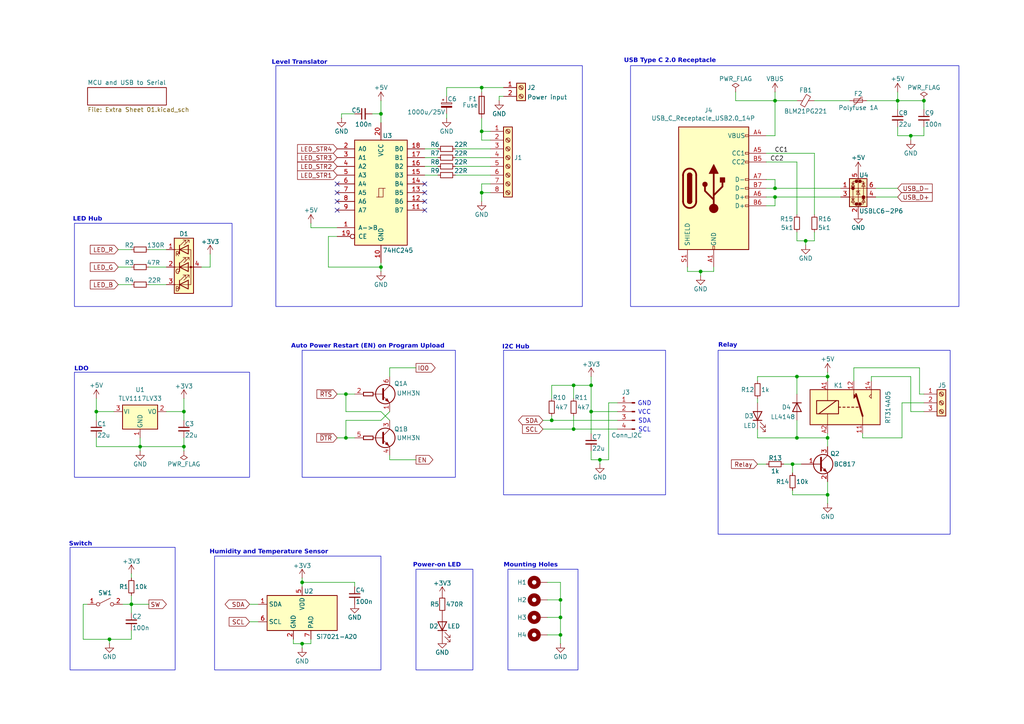
<source format=kicad_sch>
(kicad_sch (version 20231120) (generator "eeschema") (generator_version "8.0")
  (paper "A4")
  (title_block (title "ESP32 Tutorial") (date "2024-12-27") (rev "1.0") (company "Embedique"))
  (junction (at 53.34 129.54))
  (junction (at 110.49 33.02))
  (junction (at 162.56 184.15))
  (junction (at 171.45 119.38))
  (junction (at 38.1 175.26))
  (junction (at 40.64 129.54))
  (junction (at 139.7 38.1))
  (junction (at 224.79 54.61))
  (junction (at 203.2 78.74))
  (junction (at 139.7 25.4))
  (junction (at 173.99 133.35))
  (junction (at 240.03 143.51))
  (junction (at 229.87 134.62))
  (junction (at 171.45 111.76))
  (junction (at 231.14 127))
  (junction (at 224.79 57.15))
  (junction (at 110.49 77.47))
  (junction (at 160.02 121.92))
  (junction (at 264.16 39.37))
  (junction (at 87.63 186.69))
  (junction (at 224.79 29.21))
  (junction (at 267.97 29.21))
  (junction (at 31.75 185.42))
  (junction (at 162.56 179.07))
  (junction (at 240.03 127))
  (junction (at 240.03 109.22))
  (junction (at 162.56 173.99))
  (junction (at 100.33 114.3))
  (junction (at 166.37 111.76))
  (junction (at 231.14 109.22))
  (junction (at 100.33 127))
  (junction (at 260.35 29.21))
  (junction (at 87.63 168.91))
  (junction (at 139.7 55.88))
  (junction (at 53.34 119.38))
  (junction (at 166.37 124.46))
  (junction (at 27.94 119.38))
  (junction (at 233.68 69.85))
  (no_connect (at 123.19 60.96))
  (no_connect (at 123.19 58.42))
  (no_connect (at 123.19 53.34))
  (no_connect (at 97.79 60.96))
  (no_connect (at 97.79 55.88))
  (no_connect (at 97.79 53.34))
  (no_connect (at 97.79 58.42))
  (no_connect (at 123.19 55.88))
  (wire (pts (xy 110.49 29.21) (xy 110.49 33.02)))
  (wire (pts (xy 97.79 127) (xy 100.33 127)))
  (wire (pts (xy 227.33 134.62) (xy 229.87 134.62)))
  (wire (pts (xy 222.25 44.45) (xy 236.22 44.45)))
  (wire (pts (xy 85.09 186.69) (xy 85.09 185.42)))
  (wire (pts (xy 38.1 175.26) (xy 43.18 175.26)))
  (wire (pts (xy 166.37 120.65) (xy 166.37 124.46)))
  (wire (pts (xy 250.19 127) (xy 250.19 125.73)))
  (wire (pts (xy 142.24 53.34) (xy 139.7 53.34)))
  (wire (pts (xy 139.7 55.88) (xy 142.24 55.88)))
  (wire (pts (xy 24.13 185.42) (xy 31.75 185.42)))
  (wire (pts (xy 266.7 114.3) (xy 267.97 114.3)))
  (wire (pts (xy 33.02 119.38) (xy 27.94 119.38)))
  (wire (pts (xy 203.2 78.74) (xy 203.2 80.01)))
  (wire (pts (xy 224.79 57.15) (xy 243.84 57.15)))
  (wire (pts (xy 87.63 168.91) (xy 102.87 168.91)))
  (wire (pts (xy 199.39 77.47) (xy 199.39 78.74)))
  (wire (pts (xy 110.49 77.47) (xy 95.25 77.47)))
  (wire (pts (xy 166.37 115.57) (xy 166.37 111.76)))
  (wire (pts (xy 171.45 130.81) (xy 171.45 133.35)))
  (wire (pts (xy 139.7 53.34) (xy 139.7 55.88)))
  (wire (pts (xy 139.7 25.4) (xy 146.05 25.4)))
  (wire (pts (xy 146.05 27.94) (xy 144.78 27.94)))
  (wire (pts (xy 43.18 72.39) (xy 48.26 72.39)))
  (wire (pts (xy 254 54.61) (xy 260.35 54.61)))
  (wire (pts (xy 27.94 127) (xy 27.94 129.54)))
  (wire (pts (xy 139.7 34.29) (xy 139.7 38.1)))
  (wire (pts (xy 231.14 109.22) (xy 240.03 109.22)))
  (wire (pts (xy 240.03 146.05) (xy 240.03 143.51)))
  (wire (pts (xy 224.79 29.21) (xy 231.14 29.21)))
  (wire (pts (xy 240.03 143.51) (xy 240.03 139.7)))
  (wire (pts (xy 213.36 29.21) (xy 224.79 29.21)))
  (wire (pts (xy 207.01 78.74) (xy 203.2 78.74)))
  (wire (pts (xy 34.29 77.47) (xy 38.1 77.47)))
  (wire (pts (xy 38.1 182.88) (xy 38.1 185.42)))
  (wire (pts (xy 113.03 121.92) (xy 110.49 119.38)))
  (wire (pts (xy 231.14 127) (xy 231.14 121.92)))
  (wire (pts (xy 267.97 116.84) (xy 261.62 116.84)))
  (wire (pts (xy 247.65 110.49) (xy 247.65 106.68)))
  (wire (pts (xy 40.64 129.54) (xy 40.64 127)))
  (wire (pts (xy 38.1 175.26) (xy 38.1 177.8)))
  (wire (pts (xy 219.71 134.62) (xy 222.25 134.62)))
  (wire (pts (xy 123.19 45.72) (xy 127 45.72)))
  (wire (pts (xy 90.17 66.04) (xy 90.17 64.77)))
  (wire (pts (xy 113.03 133.35) (xy 113.03 132.08)))
  (wire (pts (xy 25.4 175.26) (xy 24.13 175.26)))
  (wire (pts (xy 31.75 186.69) (xy 31.75 185.42)))
  (wire (pts (xy 110.49 77.47) (xy 110.49 76.2)))
  (wire (pts (xy 240.03 109.22) (xy 240.03 110.49)))
  (wire (pts (xy 107.95 33.02) (xy 110.49 33.02)))
  (wire (pts (xy 53.34 129.54) (xy 40.64 129.54)))
  (wire (pts (xy 176.53 116.84) (xy 176.53 133.35)))
  (wire (pts (xy 224.79 26.67) (xy 224.79 29.21)))
  (wire (pts (xy 38.1 185.42) (xy 31.75 185.42)))
  (wire (pts (xy 87.63 186.69) (xy 85.09 186.69)))
  (wire (pts (xy 264.16 109.22) (xy 252.73 109.22)))
  (wire (pts (xy 99.06 33.02) (xy 99.06 34.29)))
  (wire (pts (xy 261.62 116.84) (xy 261.62 127)))
  (wire (pts (xy 207.01 77.47) (xy 207.01 78.74)))
  (wire (pts (xy 139.7 38.1) (xy 142.24 38.1)))
  (wire (pts (xy 171.45 119.38) (xy 171.45 125.73)))
  (wire (pts (xy 100.33 127) (xy 102.87 127)))
  (wire (pts (xy 240.03 125.73) (xy 240.03 127)))
  (wire (pts (xy 240.03 127) (xy 240.03 129.54)))
  (wire (pts (xy 224.79 52.07) (xy 222.25 52.07)))
  (wire (pts (xy 162.56 179.07) (xy 162.56 184.15)))
  (wire (pts (xy 100.33 114.3) (xy 102.87 114.3)))
  (wire (pts (xy 139.7 38.1) (xy 139.7 40.64)))
  (wire (pts (xy 199.39 78.74) (xy 203.2 78.74)))
  (wire (pts (xy 224.79 52.07) (xy 224.79 54.61)))
  (wire (pts (xy 90.17 66.04) (xy 97.79 66.04)))
  (wire (pts (xy 34.29 82.55) (xy 38.1 82.55)))
  (wire (pts (xy 35.56 175.26) (xy 38.1 175.26)))
  (wire (pts (xy 87.63 167.64) (xy 87.63 168.91)))
  (wire (pts (xy 100.33 121.92) (xy 100.33 127)))
  (wire (pts (xy 247.65 106.68) (xy 266.7 106.68)))
  (wire (pts (xy 171.45 111.76) (xy 171.45 119.38)))
  (wire (pts (xy 132.08 45.72) (xy 142.24 45.72)))
  (wire (pts (xy 87.63 168.91) (xy 87.63 170.18)))
  (wire (pts (xy 162.56 173.99) (xy 162.56 179.07)))
  (wire (pts (xy 43.18 82.55) (xy 48.26 82.55)))
  (wire (pts (xy 260.35 26.67) (xy 260.35 29.21)))
  (wire (pts (xy 27.94 115.57) (xy 27.94 119.38)))
  (wire (pts (xy 27.94 119.38) (xy 27.94 121.92)))
  (wire (pts (xy 229.87 137.16) (xy 229.87 134.62)))
  (wire (pts (xy 95.25 68.58) (xy 97.79 68.58)))
  (wire (pts (xy 171.45 109.22) (xy 171.45 111.76)))
  (wire (pts (xy 90.17 186.69) (xy 87.63 186.69)))
  (wire (pts (xy 139.7 25.4) (xy 139.7 26.67)))
  (wire (pts (xy 43.18 77.47) (xy 48.26 77.47)))
  (wire (pts (xy 123.19 50.8) (xy 127 50.8)))
  (wire (pts (xy 236.22 69.85) (xy 236.22 67.31)))
  (wire (pts (xy 231.14 109.22) (xy 219.71 109.22)))
  (wire (pts (xy 129.54 27.94) (xy 129.54 25.4)))
  (wire (pts (xy 219.71 124.46) (xy 219.71 127)))
  (wire (pts (xy 97.79 114.3) (xy 100.33 114.3)))
  (wire (pts (xy 224.79 54.61) (xy 243.84 54.61)))
  (wire (pts (xy 132.08 50.8) (xy 142.24 50.8)))
  (wire (pts (xy 129.54 33.02) (xy 129.54 34.29)))
  (wire (pts (xy 267.97 119.38) (xy 264.16 119.38)))
  (wire (pts (xy 260.35 31.75) (xy 260.35 29.21)))
  (wire (pts (xy 260.35 29.21) (xy 267.97 29.21)))
  (wire (pts (xy 224.79 29.21) (xy 224.79 39.37)))
  (wire (pts (xy 267.97 29.21) (xy 267.97 31.75)))
  (wire (pts (xy 171.45 133.35) (xy 173.99 133.35)))
  (wire (pts (xy 160.02 121.92) (xy 179.07 121.92)))
  (wire (pts (xy 173.99 133.35) (xy 173.99 134.62)))
  (wire (pts (xy 72.39 180.34) (xy 74.93 180.34)))
  (wire (pts (xy 222.25 54.61) (xy 224.79 54.61)))
  (wire (pts (xy 123.19 43.18) (xy 127 43.18)))
  (wire (pts (xy 120.65 133.35) (xy 113.03 133.35)))
  (wire (pts (xy 90.17 185.42) (xy 90.17 186.69)))
  (wire (pts (xy 144.78 27.94) (xy 144.78 29.21)))
  (wire (pts (xy 53.34 127) (xy 53.34 129.54)))
  (wire (pts (xy 229.87 143.51) (xy 240.03 143.51)))
  (wire (pts (xy 231.14 46.99) (xy 231.14 62.23)))
  (wire (pts (xy 158.75 173.99) (xy 162.56 173.99)))
  (wire (pts (xy 261.62 127) (xy 250.19 127)))
  (wire (pts (xy 158.75 179.07) (xy 162.56 179.07)))
  (wire (pts (xy 236.22 44.45) (xy 236.22 62.23)))
  (wire (pts (xy 179.07 116.84) (xy 176.53 116.84)))
  (wire (pts (xy 158.75 184.15) (xy 162.56 184.15)))
  (wire (pts (xy 53.34 115.57) (xy 53.34 119.38)))
  (wire (pts (xy 173.99 133.35) (xy 176.53 133.35)))
  (wire (pts (xy 72.39 175.26) (xy 74.93 175.26)))
  (wire (pts (xy 110.49 78.74) (xy 110.49 77.47)))
  (wire (pts (xy 157.48 121.92) (xy 160.02 121.92)))
  (wire (pts (xy 100.33 119.38) (xy 110.49 119.38)))
  (wire (pts (xy 24.13 175.26) (xy 24.13 185.42)))
  (wire (pts (xy 252.73 109.22) (xy 252.73 110.49)))
  (wire (pts (xy 34.29 72.39) (xy 38.1 72.39)))
  (wire (pts (xy 240.03 127) (xy 231.14 127)))
  (wire (pts (xy 166.37 111.76) (xy 160.02 111.76)))
  (wire (pts (xy 123.19 48.26) (xy 127 48.26)))
  (wire (pts (xy 100.33 119.38) (xy 100.33 114.3)))
  (wire (pts (xy 132.08 48.26) (xy 142.24 48.26)))
  (wire (pts (xy 264.16 39.37) (xy 267.97 39.37)))
  (wire (pts (xy 53.34 130.81) (xy 53.34 129.54)))
  (wire (pts (xy 222.25 46.99) (xy 231.14 46.99)))
  (wire (pts (xy 219.71 109.22) (xy 219.71 110.49)))
  (wire (pts (xy 224.79 57.15) (xy 222.25 57.15)))
  (wire (pts (xy 100.33 121.92) (xy 110.49 121.92)))
  (wire (pts (xy 229.87 142.24) (xy 229.87 143.51)))
  (wire (pts (xy 224.79 59.69) (xy 222.25 59.69)))
  (wire (pts (xy 160.02 111.76) (xy 160.02 115.57)))
  (wire (pts (xy 27.94 129.54) (xy 40.64 129.54)))
  (wire (pts (xy 224.79 57.15) (xy 224.79 59.69)))
  (wire (pts (xy 240.03 107.95) (xy 240.03 109.22)))
  (wire (pts (xy 162.56 184.15) (xy 162.56 186.69)))
  (wire (pts (xy 113.03 119.38) (xy 110.49 121.92)))
  (wire (pts (xy 113.03 106.68) (xy 120.65 106.68)))
  (wire (pts (xy 251.46 29.21) (xy 260.35 29.21)))
  (wire (pts (xy 222.25 39.37) (xy 224.79 39.37)))
  (wire (pts (xy 102.87 168.91) (xy 102.87 170.18)))
  (wire (pts (xy 236.22 29.21) (xy 246.38 29.21)))
  (wire (pts (xy 142.24 40.64) (xy 139.7 40.64)))
  (wire (pts (xy 264.16 119.38) (xy 264.16 109.22)))
  (wire (pts (xy 166.37 111.76) (xy 171.45 111.76)))
  (wire (pts (xy 157.48 124.46) (xy 166.37 124.46)))
  (wire (pts (xy 267.97 39.37) (xy 267.97 36.83)))
  (wire (pts (xy 87.63 187.96) (xy 87.63 186.69)))
  (wire (pts (xy 129.54 25.4) (xy 139.7 25.4)))
  (wire (pts (xy 213.36 26.67) (xy 213.36 29.21)))
  (wire (pts (xy 264.16 39.37) (xy 264.16 40.64)))
  (wire (pts (xy 233.68 69.85) (xy 233.68 71.12)))
  (wire (pts (xy 166.37 124.46) (xy 179.07 124.46)))
  (wire (pts (xy 231.14 69.85) (xy 233.68 69.85)))
  (wire (pts (xy 60.96 73.66) (xy 60.96 77.47)))
  (wire (pts (xy 38.1 172.72) (xy 38.1 175.26)))
  (wire (pts (xy 110.49 33.02) (xy 110.49 35.56)))
  (wire (pts (xy 139.7 55.88) (xy 139.7 58.42)))
  (wire (pts (xy 231.14 114.3) (xy 231.14 109.22)))
  (wire (pts (xy 260.35 39.37) (xy 264.16 39.37)))
  (wire (pts (xy 266.7 106.68) (xy 266.7 114.3)))
  (wire (pts (xy 233.68 69.85) (xy 236.22 69.85)))
  (wire (pts (xy 53.34 121.92) (xy 53.34 119.38)))
  (wire (pts (xy 53.34 119.38) (xy 48.26 119.38)))
  (wire (pts (xy 219.71 115.57) (xy 219.71 116.84)))
  (wire (pts (xy 260.35 36.83) (xy 260.35 39.37)))
  (wire (pts (xy 102.87 33.02) (xy 99.06 33.02)))
  (wire (pts (xy 95.25 77.47) (xy 95.25 68.58)))
  (wire (pts (xy 231.14 67.31) (xy 231.14 69.85)))
  (wire (pts (xy 132.08 43.18) (xy 142.24 43.18)))
  (wire (pts (xy 219.71 127) (xy 231.14 127)))
  (wire (pts (xy 171.45 119.38) (xy 179.07 119.38)))
  (wire (pts (xy 160.02 120.65) (xy 160.02 121.92)))
  (wire (pts (xy 254 57.15) (xy 260.35 57.15)))
  (wire (pts (xy 162.56 168.91) (xy 162.56 173.99)))
  (wire (pts (xy 40.64 130.81) (xy 40.64 129.54)))
  (wire (pts (xy 158.75 168.91) (xy 162.56 168.91)))
  (wire (pts (xy 38.1 166.37) (xy 38.1 167.64)))
  (wire (pts (xy 60.96 77.47) (xy 58.42 77.47)))
  (wire (pts (xy 229.87 134.62) (xy 232.41 134.62)))
  (wire (pts (xy 113.03 109.22) (xy 113.03 106.68)))
  (rectangle (start 147.32 165.1) (end 167.64 194.31))
  (rectangle (start 208.28 101.6) (end 275.59 154.94))
  (rectangle (start 182.88 19.05) (end 278.13 88.9))
  (rectangle (start 21.59 107.95) (end 72.39 138.43))
  (rectangle (start 80.01 19.05) (end 168.91 88.9))
  (rectangle (start 62.23 161.29) (end 110.49 194.31))
  (rectangle (start 20.32 158.75) (end 50.8 194.31))
  (rectangle (start 120.65 165.1) (end 137.16 194.31))
  (rectangle (start 87.63 101.6) (end 132.08 138.43))
  (rectangle (start 21.59 64.77) (end 67.31 88.9))
  (rectangle (start 146.05 101.6) (end 193.04 143.51))
  (text "SCL\n" (at 186.944 124.714 0) (effects (font (size 1.27 1.27))))
  (text "USB Type C 2.0 Receptacle" (at 194.31 18.034 0) (effects (font (size 1.27 1.27) (thickness 0.254) (bold yes))))
  (text "GND" (at 186.944 117.094 0) (effects (font (size 1.27 1.27))))
  (text "VCC" (at 186.944 119.634 0) (effects (font (size 1.27 1.27))))
  (text "I2C Hub\n" (at 149.606 101.092 0) (effects (font (size 1.27 1.27) (thickness 0.254) (bold yes))))
  (text "SDA" (at 186.944 122.174 0) (effects (font (size 1.27 1.27))))
  (text "Switch" (at 23.368 158.242 0) (effects (font (size 1.27 1.27) (thickness 0.254) (bold yes))))
  (text "Auto Power Restart (EN) on Program Upload\n" (at 106.68 100.838 0) (effects (font (size 1.27 1.27) (thickness 0.254) (bold yes))))
  (text "LED Hub\n" (at 25.4 64.008 0) (effects (font (size 1.27 1.27) (thickness 0.254) (bold yes))))
  (text "Humidity and Temperature Sensor\n" (at 77.978 160.528 0) (effects (font (size 1.27 1.27) (thickness 0.254) (bold yes))))
  (text "Power-on LED\n" (at 126.746 164.338 0) (effects (font (size 1.27 1.27) (thickness 0.254) (bold yes))))
  (text "Level Translator" (at 86.868 18.542 0) (effects (font (size 1.27 1.27) (thickness 0.254) (bold yes))))
  (text "LDO\n" (at 23.622 107.442 0) (effects (font (size 1.27 1.27) (thickness 0.254) (bold yes))))
  (text "Relay\n" (at 211.074 100.584 0) (effects (font (size 1.27 1.27) (thickness 0.254) (bold yes))))
  (text "Mounting Holes\n" (at 153.924 164.338 0) (effects (font (size 1.27 1.27) (thickness 0.254) (bold yes))))
  (label "CC1" (at 228.6 44.45 180))
  (label "CC2" (at 227.33 46.99 180))
  (global_label "LED_G" (shape input) (at 34.29 77.47 180) (property "Intersheetrefs" "${INTERSHEET_REFS}" (effects (hide yes))))
  (global_label "Relay" (shape input) (at 219.71 134.62 180) (property "Intersheetrefs" "${INTERSHEET_REFS}" (effects (hide yes))))
  (global_label "~{DTR}" (shape input) (at 97.79 127 180) (property "Intersheetrefs" "${INTERSHEET_REFS}" (effects (hide yes))))
  (global_label "EN" (shape output) (at 120.65 133.35 0) (property "Intersheetrefs" "${INTERSHEET_REFS}" (effects (hide yes))))
  (global_label "IO0" (shape output) (at 120.65 106.68 0) (property "Intersheetrefs" "${INTERSHEET_REFS}" (effects (hide yes))))
  (global_label "USB_D-" (shape input) (at 260.35 54.61 0) (property "Intersheetrefs" "${INTERSHEET_REFS}" (effects (hide yes))))
  (global_label "~{RTS}" (shape input) (at 97.79 114.3 180) (property "Intersheetrefs" "${INTERSHEET_REFS}" (effects (hide yes))))
  (global_label "SW" (shape output) (at 43.18 175.26 0) (property "Intersheetrefs" "${INTERSHEET_REFS}" (effects (hide yes))))
  (global_label "LED_B" (shape input) (at 34.29 82.55 180) (property "Intersheetrefs" "${INTERSHEET_REFS}" (effects (hide yes))))
  (global_label "LED_STR2" (shape input) (at 97.79 48.26 180) (property "Intersheetrefs" "${INTERSHEET_REFS}" (effects (hide yes))))
  (global_label "LED_STR1" (shape input) (at 97.79 50.8 180) (property "Intersheetrefs" "${INTERSHEET_REFS}" (effects (hide yes))))
  (global_label "LED_STR4" (shape input) (at 97.79 43.18 180) (property "Intersheetrefs" "${INTERSHEET_REFS}" (effects (hide yes))))
  (global_label "USB_D+" (shape input) (at 260.35 57.15 0) (property "Intersheetrefs" "${INTERSHEET_REFS}" (effects (hide yes))))
  (global_label "SDA" (shape bidirectional) (at 72.39 175.26 180) (property "Intersheetrefs" "${INTERSHEET_REFS}" (effects (hide yes))))
  (global_label "LED_R" (shape input) (at 34.29 72.39 180) (property "Intersheetrefs" "${INTERSHEET_REFS}" (effects (hide yes))))
  (global_label "SDA" (shape bidirectional) (at 157.48 121.92 180) (property "Intersheetrefs" "${INTERSHEET_REFS}" (effects (hide yes))))
  (global_label "SCL" (shape input) (at 157.48 124.46 180) (property "Intersheetrefs" "${INTERSHEET_REFS}" (effects (hide yes))))
  (global_label "SCL" (shape input) (at 72.39 180.34 180) (property "Intersheetrefs" "${INTERSHEET_REFS}" (effects (hide yes))))
  (global_label "LED_STR3" (shape input) (at 97.79 45.72 180) (property "Intersheetrefs" "${INTERSHEET_REFS}" (effects (hide yes))))
  (symbol (lib_id "Device:R_Small") (at 40.64 77.47 90) (unit 1)
    (property "Reference" "R3" (at 38.862 76.2 90) (effects (justify left)))
    (property "Value" "47R" (at 46.482 76.2 90) (effects (justify left)))
    (property "Footprint" "Resistor_SMD:R_0402_1005Metric_Pad0.72x0.64mm_HandSolder" (effects (hide yes)))
    (property "Description" "Resistor, small symbol" (effects (hide yes)))
  )
  (symbol (lib_name "GND_2") (lib_id "power:GND") (at 233.68 71.12 0) (unit 1)
    (property "Reference" "#PWR024" (effects (hide yes)))
    (property "Value" "GND" (at 233.68 74.93 0))
    (property "Description" "Power symbol creates a global label with name \"GND\" , ground" (effects (hide yes)))
  )
  (symbol (lib_name "GND_2") (lib_id "power:GND") (at 248.92 62.23 0) (unit 1)
    (property "Reference" "#PWR028" (effects (hide yes)))
    (property "Value" "GND" (at 248.92 66.04 0))
    (property "Description" "Power symbol creates a global label with name \"GND\" , ground" (effects (hide yes)))
  )
  (symbol (lib_id "power:+5V") (at 248.92 49.53 0) (unit 1)
    (property "Reference" "#PWR027" (effects (hide yes)))
    (property "Value" "+5V" (at 248.92 45.72 0))
    (property "Description" "Power symbol creates a global label with name \"+5V\"" (effects (hide yes)))
  )
  (symbol (lib_name "GND_2") (lib_id "power:GND") (at 144.78 29.21 0) (unit 1)
    (property "Reference" "#PWR018" (effects (hide yes)))
    (property "Value" "GND" (at 144.78 33.02 0))
    (property "Description" "Power symbol creates a global label with name \"GND\" , ground" (effects (hide yes)))
  )
  (symbol (lib_id "Device:C_Polarized_Small") (at 129.54 30.48 0) (unit 1)
    (property "Reference" "C6" (at 129.794 28.702 0) (effects (justify left)))
    (property "Value" "1000u/25V" (at 118.11 32.512 0) (effects (justify left)))
    (property "Footprint" "Capacitor_THT:CP_Radial_D10.0mm_P5.00mm" (effects (hide yes)))
    (property "Description" "Polarized capacitor, small symbol" (effects (hide yes)))
  )
  (symbol (lib_id "power:+5V") (at 110.49 29.21 0) (unit 1)
    (property "Reference" "#PWR012" (effects (hide yes)))
    (property "Value" "+5V" (at 110.49 25.4 0))
    (property "Description" "Power symbol creates a global label with name \"+5V\"" (effects (hide yes)))
  )
  (symbol (lib_id "Device:R_Small") (at 229.87 139.7 0) (unit 1)
    (property "Reference" "R14" (at 225.044 139.7 0) (effects (justify left)))
    (property "Value" "10k" (at 230.886 139.7 0) (effects (justify left)))
    (property "Footprint" "Resistor_SMD:R_0402_1005Metric_Pad0.72x0.64mm_HandSolder" (effects (hide yes)))
    (property "Description" "Resistor, small symbol" (effects (hide yes)))
  )
  (symbol (lib_id "Device:R_Small") (at 129.54 45.72 90) (unit 1)
    (property "Reference" "R7" (at 127.508 44.45 90) (effects (justify left)))
    (property "Value" "22R" (at 135.636 44.45 90) (effects (justify left)))
    (property "Footprint" "Resistor_SMD:R_0402_1005Metric_Pad0.72x0.64mm_HandSolder" (effects (hide yes)))
    (property "Description" "Resistor, small symbol" (effects (hide yes)))
  )
  (symbol (lib_id "Relay:RT314A05") (at 245.11 118.11 0) (unit 1)
    (property "Reference" "K1" (at 241.808 111.76 0) (effects (justify left)))
    (property "Value" "RT314A05" (at 257.556 122.936 90) (effects (justify left)))
    (property "Footprint" "Relay_THT:Relay_SPDT_Schrack-RT1-16A-FormC_RM5mm" (effects (hide yes)))
    (property "Datasheet" "https://www.te.com/commerce/DocumentDelivery/DDEController?Action=srchrtrv&DocNm=RT1_bistable&DocType=DS&DocLang=English" (effects (hide yes)))
    (property "Description" "Schrack RT1 relay, bistable single pole dual throw, single DC coil, 5V" (effects (hide yes)))
  )
  (symbol (lib_id "Connector:Screw_Terminal_01x08") (at 147.32 45.72 0) (unit 1)
    (property "Reference" "J1" (at 149.098 45.72 0) (effects (justify left)))
    (property "Value" "Screw_Terminal_01x08" (effects (hide yes)))
    (property "Footprint" "TerminalBlock_Phoenix:TerminalBlock_Phoenix_MKDS-1,5-8-5.08_1x08_P5.08mm_Horizontal" (effects (hide yes)))
    (property "Description" "Generic screw terminal, single row, 01x08, script generated (kicad-library-utils/schlib/autogen/connector/)" (effects (hide yes)))
  )
  (symbol (lib_id "power:+5V") (at 90.17 64.77 0) (unit 1)
    (property "Reference" "#PWR09" (effects (hide yes)))
    (property "Value" "+5V" (at 90.17 60.96 0))
    (property "Description" "Power symbol creates a global label with name \"+5V\"" (effects (hide yes)))
  )
  (symbol (lib_id "power:PWR_FLAG") (at 267.97 29.21 0) (unit 1)
    (property "Reference" "#FLG03" (effects (hide yes)))
    (property "Value" "PWR_FLAG" (at 267.97 25.4 0))
    (property "Description" "Special symbol for telling ERC where power comes from" (effects (hide yes)))
  )
  (symbol (lib_id "Power_Protection:USBLC6-2P6") (at 248.92 54.61 0) (unit 1)
    (property "Reference" "U4" (at 249.174 50.8 0) (effects (justify left)))
    (property "Value" "USBLC6-2P6" (at 249.174 61.214 0) (effects (justify left)))
    (property "Footprint" "Package_TO_SOT_SMD:SOT-666" (effects (hide yes)))
    (property "Datasheet" "https://www.st.com/resource/en/datasheet/usblc6-2.pdf" (effects (hide yes)))
    (property "Description" "Very low capacitance ESD protection diode, 2 data-line, SOT-666" (effects (hide yes)))
  )
  (symbol (lib_id "Mechanical:MountingHole_Pad") (at 156.21 179.07 90) (unit 1) (exclude_from_sim yes) (in_bom no)
    (property "Reference" "H3" (at 151.384 179.07 90))
    (property "Value" "MountingHole_Pad" (effects (hide yes)))
    (property "Footprint" "MountingHole:MountingHole_3.2mm_M3_Pad" (effects (hide yes)))
    (property "Description" "Mounting Hole with connection" (effects (hide yes)))
  )
  (symbol (lib_id "power:+5V") (at 260.35 26.67 0) (unit 1)
    (property "Reference" "#PWR029" (effects (hide yes)))
    (property "Value" "+5V" (at 260.35 22.86 0))
    (property "Description" "Power symbol creates a global label with name \"+5V\"" (effects (hide yes)))
  )
  (symbol (lib_id "Device:LED") (at 128.27 181.61 90) (unit 1)
    (property "Reference" "D2" (at 124.46 181.61 90) (effects (justify right)))
    (property "Value" "LED" (at 129.794 181.61 90) (effects (justify right)))
    (property "Footprint" "LED_SMD:LED_0603_1608Metric_Pad1.05x0.95mm_HandSolder" (effects (hide yes)))
    (property "Description" "Light emitting diode" (effects (hide yes)))
  )
  (symbol (lib_id "Device:C_Small") (at 27.94 124.46 0) (unit 1)
    (property "Reference" "C1" (at 28.194 122.936 0) (effects (justify left)))
    (property "Value" "22u" (at 28.194 126.238 0) (effects (justify left)))
    (property "Footprint" "Capacitor_SMD:C_0805_2012Metric_Pad1.18x1.45mm_HandSolder" (effects (hide yes)))
    (property "Description" "Unpolarized capacitor, small symbol" (effects (hide yes)))
  )
  (symbol (lib_id "Mechanical:MountingHole_Pad") (at 156.21 184.15 90) (unit 1) (exclude_from_sim yes) (in_bom no)
    (property "Reference" "H4" (at 151.384 184.15 90))
    (property "Value" "MountingHole_Pad" (effects (hide yes)))
    (property "Footprint" "MountingHole:MountingHole_3.2mm_M3_Pad" (effects (hide yes)))
    (property "Description" "Mounting Hole with connection" (effects (hide yes)))
  )
  (symbol (lib_id "Device:C_Small") (at 102.87 172.72 0) (unit 1)
    (property "Reference" "C4" (at 103.124 171.196 0) (effects (justify left)))
    (property "Value" "100n" (at 103.124 174.498 0) (effects (justify left)))
    (property "Footprint" "Capacitor_SMD:C_0402_1005Metric_Pad0.74x0.62mm_HandSolder" (effects (hide yes)))
    (property "Description" "Unpolarized capacitor, small symbol" (effects (hide yes)))
  )
  (symbol (lib_id "Mechanical:MountingHole_Pad") (at 156.21 173.99 90) (unit 1) (exclude_from_sim yes) (in_bom no)
    (property "Reference" "H2" (at 151.384 173.99 90))
    (property "Value" "MountingHole_Pad" (effects (hide yes)))
    (property "Footprint" "MountingHole:MountingHole_3.2mm_M3_Pad" (effects (hide yes)))
    (property "Description" "Mounting Hole with connection" (effects (hide yes)))
  )
  (symbol (lib_id "Transistor_BJT:UMH3N") (at 107.95 114.3 0) (unit 1)
    (property "Reference" "Q1" (at 114.3 111.252 0) (effects (justify left)))
    (property "Value" "UMH3N" (at 115.062 114.046 0) (effects (justify left)))
    (property "Footprint" "Package_TO_SOT_SMD:SOT-363_SC-70-6" (effects (hide yes)))
    (property "Datasheet" "http://rohmfs.rohm.com/en/products/databook/datasheet/discrete/transistor/digital/emh3t2r-e.pdf" (effects (hide yes)))
    (property "Description" "0.1A Ic, 50V Vce, Dual NPN Input Resistor Transistors, SOT-363" (effects (hide yes)))
  )
  (symbol (lib_id "Device:Fuse") (at 139.7 30.48 0) (unit 1)
    (property "Reference" "F1" (at 135.89 28.702 0) (effects (justify left)))
    (property "Value" "Fuse" (at 134.112 30.48 0) (effects (justify left)))
    (property "Footprint" "Fuse:Fuseholder_Clip-5x20mm_Keystone_3517_Inline_P23.11x6.76mm_D1.70mm_Horizontal" (effects (hide yes)))
    (property "Description" "Fuse" (effects (hide yes)))
  )
  (symbol (lib_id "Device:R_Small") (at 40.64 82.55 90) (unit 1)
    (property "Reference" "R4" (at 38.862 81.28 90) (effects (justify left)))
    (property "Value" "22R" (at 46.736 81.28 90) (effects (justify left)))
    (property "Footprint" "Resistor_SMD:R_0402_1005Metric_Pad0.72x0.64mm_HandSolder" (effects (hide yes)))
    (property "Description" "Resistor, small symbol" (effects (hide yes)))
  )
  (symbol (lib_name "GND_2") (lib_id "power:GND") (at 40.64 130.81 0) (unit 1)
    (property "Reference" "#PWR04" (effects (hide yes)))
    (property "Value" "GND" (at 40.64 134.62 0))
    (property "Description" "Power symbol creates a global label with name \"GND\" , ground" (effects (hide yes)))
  )
  (symbol (lib_id "Device:FerriteBead_Small") (at 233.68 29.21 90) (unit 1)
    (property "Reference" "FB1" (at 233.68 26.162 90))
    (property "Value" "BLM21PG221" (at 233.68 32.258 90))
    (property "Footprint" "Inductor_SMD:L_0603_1608Metric" (effects (hide yes)))
    (property "Description" "Ferrite bead, small symbol" (effects (hide yes)))
  )
  (symbol (lib_id "Connector:USB_C_Receptacle_USB2.0_14P") (at 207.01 54.61 0) (unit 1)
    (property "Reference" "J4" (at 205.486 32.004 0))
    (property "Value" "USB_C_Receptacle_USB2.0_14P" (at 203.962 34.29 0))
    (property "Footprint" "Connector_USB:USB_C_Receptacle_HRO_TYPE-C-31-M-12" (effects (hide yes)))
    (property "Datasheet" "https://www.usb.org/sites/default/files/documents/usb_type-c.zip" (effects (hide yes)))
    (property "Description" "USB 2.0-only 14P Type-C Receptacle connector" (effects (hide yes)))
  )
  (symbol (lib_name "GND_2") (lib_id "power:GND") (at 31.75 186.69 0) (unit 1)
    (property "Reference" "#PWR02" (effects (hide yes)))
    (property "Value" "GND" (at 31.75 190.5 0))
    (property "Description" "Power symbol creates a global label with name \"GND\" , ground" (effects (hide yes)))
  )
  (symbol (lib_id "Device:R_Small") (at 128.27 175.26 0) (unit 1)
    (property "Reference" "R5" (at 124.714 175.26 0) (effects (justify left)))
    (property "Value" "470R" (at 129.286 175.26 0) (effects (justify left)))
    (property "Footprint" "Resistor_SMD:R_0402_1005Metric_Pad0.72x0.64mm_HandSolder" (effects (hide yes)))
    (property "Description" "Resistor, small symbol" (effects (hide yes)))
  )
  (symbol (lib_id "power:+3V3") (at 128.27 172.72 0) (unit 1)
    (property "Reference" "#PWR014" (effects (hide yes)))
    (property "Value" "+3V3" (at 128.27 169.164 0))
    (property "Description" "Power symbol creates a global label with name \"+3V3\"" (effects (hide yes)))
  )
  (symbol (lib_id "Switch:SW_SPST") (at 30.48 175.26 0) (unit 1)
    (property "Reference" "SW1" (at 30.48 171.958 0))
    (property "Value" "SW_SPST" (effects (hide yes)))
    (property "Footprint" "Button_Switch_SMD:SW_DIP_SPSTx01_Slide_6.7x4.1mm_W6.73mm_P2.54mm_LowProfile_JPin" (effects (hide yes)))
    (property "Description" "Single Pole Single Throw (SPST) switch" (effects (hide yes)))
  )
  (symbol (lib_name "GND_2") (lib_id "power:GND") (at 203.2 80.01 0) (unit 1)
    (property "Reference" "#PWR022" (effects (hide yes)))
    (property "Value" "GND" (at 203.2 83.82 0))
    (property "Description" "Power symbol creates a global label with name \"GND\" , ground" (effects (hide yes)))
  )
  (symbol (lib_name "GND_2") (lib_id "power:GND") (at 139.7 58.42 0) (unit 1)
    (property "Reference" "#PWR017" (effects (hide yes)))
    (property "Value" "GND" (at 139.7 62.23 0))
    (property "Description" "Power symbol creates a global label with name \"GND\" , ground" (effects (hide yes)))
  )
  (symbol (lib_id "Regulator_Linear:TLV1117-33") (at 40.64 119.38 0) (unit 1)
    (property "Reference" "U1" (at 40.64 113.03 0))
    (property "Value" "TLV1117LV33" (at 40.64 115.57 0))
    (property "Footprint" "Package_TO_SOT_SMD:SOT-223-3_TabPin2" (effects (hide yes)))
    (property "Datasheet" "http://www.ti.com/lit/ds/symlink/tlv1117.pdf" (effects (hide yes)))
    (property "Description" "800mA Low-Dropout Linear Regulator, 3.3V fixed output, TO-220/TO-252/TO-263/SOT-223" (effects (hide yes)))
  )
  (symbol (lib_id "74xx:74HC245") (at 110.49 55.88 0) (unit 1)
    (property "Reference" "U3" (at 110.998 39.37 0) (effects (justify left)))
    (property "Value" "74HC245" (at 110.998 72.644 0) (effects (justify left)))
    (property "Footprint" "Package_DIP:DIP-20_W7.62mm_Socket_LongPads" (effects (hide yes)))
    (property "Datasheet" "http://www.ti.com/lit/gpn/sn74HC245" (effects (hide yes)))
    (property "Description" "Octal BUS Transceivers, 3-State outputs" (effects (hide yes)))
  )
  (symbol (lib_name "GND_2") (lib_id "power:GND") (at 99.06 34.29 0) (unit 1)
    (property "Reference" "#PWR010" (effects (hide yes)))
    (property "Value" "GND" (at 99.06 38.1 0))
    (property "Description" "Power symbol creates a global label with name \"GND\" , ground" (effects (hide yes)))
  )
  (symbol (lib_id "power:+3V3") (at 38.1 166.37 0) (unit 1)
    (property "Reference" "#PWR03" (effects (hide yes)))
    (property "Value" "+3V3" (at 38.1 162.814 0))
    (property "Description" "Power symbol creates a global label with name \"+3V3\"" (effects (hide yes)))
  )
  (symbol (lib_name "GND_2") (lib_id "power:GND") (at 110.49 78.74 0) (unit 1)
    (property "Reference" "#PWR013" (effects (hide yes)))
    (property "Value" "GND" (at 110.49 82.55 0))
    (property "Description" "Power symbol creates a global label with name \"GND\" , ground" (effects (hide yes)))
  )
  (symbol (lib_id "Connector:Conn_01x04_Pin") (at 184.15 119.38 0) (mirror y) (unit 1)
    (property "Reference" "J3" (at 180.34 113.792 0) (effects (justify right)))
    (property "Value" "Conn_I2C" (at 177.292 126.238 0) (effects (justify right)))
    (property "Footprint" "Connector_PinHeader_2.54mm:PinHeader_1x04_P2.54mm_Vertical" (effects (hide yes)))
    (property "Description" "Generic connector, single row, 01x04, script generated" (effects (hide yes)))
  )
  (symbol (lib_id "power:+3V3") (at 87.63 167.64 0) (unit 1)
    (property "Reference" "#PWR07" (effects (hide yes)))
    (property "Value" "+3V3" (at 87.63 164.084 0))
    (property "Description" "Power symbol creates a global label with name \"+3V3\"" (effects (hide yes)))
  )
  (symbol (lib_id "power:+5V") (at 27.94 115.57 0) (unit 1)
    (property "Reference" "#PWR01" (effects (hide yes)))
    (property "Value" "+5V" (at 27.94 111.76 0))
    (property "Description" "Power symbol creates a global label with name \"+5V\"" (effects (hide yes)))
  )
  (symbol (lib_id "Device:R_Small") (at 231.14 64.77 0) (mirror y) (unit 1)
    (property "Reference" "R15" (at 230.124 63.5 0) (effects (justify left)))
    (property "Value" "5k1" (at 230.124 66.04 0) (effects (justify left)))
    (property "Footprint" "Resistor_SMD:R_0402_1005Metric_Pad0.72x0.64mm_HandSolder" (effects (hide yes)))
    (property "Description" "Resistor, small symbol" (effects (hide yes)))
  )
  (symbol (lib_id "Transistor_BJT:BC817") (at 237.49 134.62 0) (unit 1)
    (property "Reference" "Q2" (at 240.792 131.572 0) (effects (justify left)))
    (property "Value" "BC817" (at 241.808 134.62 0) (effects (justify left)))
    (property "Footprint" "Package_TO_SOT_SMD:SOT-23" (effects (hide yes)))
    (property "Datasheet" "https://www.onsemi.com/pub/Collateral/BC818-D.pdf" (effects (hide yes)))
    (property "Description" "0.8A Ic, 45V Vce, NPN Transistor, SOT-23" (effects (hide yes)))
  )
  (symbol (lib_id "power:+3V3") (at 53.34 115.57 0) (unit 1)
    (property "Reference" "#PWR05" (effects (hide yes)))
    (property "Value" "+3V3" (at 53.34 112.014 0))
    (property "Description" "Power symbol creates a global label with name \"+3V3\"" (effects (hide yes)))
  )
  (symbol (lib_id "Connector:Screw_Terminal_01x02") (at 151.13 25.4 0) (unit 1)
    (property "Reference" "J2" (at 152.908 25.4 0) (effects (justify left)))
    (property "Value" "Power input" (at 152.908 28.194 0) (effects (justify left)))
    (property "Footprint" "TerminalBlock_Phoenix:TerminalBlock_Phoenix_MKDS-1,5-2-5.08_1x02_P5.08mm_Horizontal" (effects (hide yes)))
    (property "Description" "Generic screw terminal, single row, 01x02, script generated (kicad-library-utils/schlib/autogen/connector/)" (effects (hide yes)))
  )
  (symbol (lib_name "GND_2") (lib_id "power:GND") (at 240.03 146.05 0) (unit 1)
    (property "Reference" "#PWR026" (effects (hide yes)))
    (property "Value" "GND" (at 240.03 149.86 0))
    (property "Description" "Power symbol creates a global label with name \"GND\" , ground" (effects (hide yes)))
  )
  (symbol (lib_id "power:+5V") (at 240.03 107.95 0) (unit 1)
    (property "Reference" "#PWR025" (effects (hide yes)))
    (property "Value" "+5V" (at 240.03 104.14 0))
    (property "Description" "Power symbol creates a global label with name \"+5V\"" (effects (hide yes)))
  )
  (symbol (lib_name "GND_2") (lib_id "power:GND") (at 173.99 134.62 0) (unit 1)
    (property "Reference" "#PWR021" (effects (hide yes)))
    (property "Value" "GND" (at 173.99 138.43 0))
    (property "Description" "Power symbol creates a global label with name \"GND\" , ground" (effects (hide yes)))
  )
  (symbol (lib_name "GND_2") (lib_id "power:GND") (at 162.56 186.69 0) (unit 1)
    (property "Reference" "#PWR019" (effects (hide yes)))
    (property "Value" "GND" (at 162.56 190.5 0))
    (property "Description" "Power symbol creates a global label with name \"GND\" , ground" (effects (hide yes)))
  )
  (symbol (lib_id "Diode:LL4148") (at 231.14 118.11 270) (unit 1)
    (property "Reference" "D4" (at 228.092 118.11 90))
    (property "Value" "LL4148" (at 227.076 120.904 90))
    (property "Footprint" "Diode_SMD:D_MiniMELF" (effects (hide yes)))
    (property "Datasheet" "http://www.vishay.com/docs/85557/ll4148.pdf" (effects (hide yes)))
    (property "Description" "100V 0.15A standard switching diode, MiniMELF" (effects (hide yes)))
    (property "Sim.Device" "D" (effects (hide yes)))
    (property "Sim.Pins" "1=K 2=A" (effects (hide yes)))
  )
  (symbol (lib_id "Device:C_Small") (at 171.45 128.27 0) (unit 1)
    (property "Reference" "C7" (at 171.704 126.746 0) (effects (justify left)))
    (property "Value" "22u" (at 171.704 130.048 0) (effects (justify left)))
    (property "Footprint" "Capacitor_SMD:C_0805_2012Metric_Pad1.18x1.45mm_HandSolder" (effects (hide yes)))
    (property "Description" "Unpolarized capacitor, small symbol" (effects (hide yes)))
  )
  (symbol (lib_id "power:+3V3") (at 60.96 73.66 0) (unit 1)
    (property "Reference" "#PWR06" (effects (hide yes)))
    (property "Value" "+3V3" (at 60.96 70.104 0))
    (property "Description" "Power symbol creates a global label with name \"+3V3\"" (effects (hide yes)))
  )
  (symbol (lib_id "Device:R_Small") (at 166.37 118.11 0) (unit 1)
    (property "Reference" "R11" (at 166.624 115.316 0) (effects (justify left)))
    (property "Value" "4k7" (at 167.386 118.11 0) (effects (justify left)))
    (property "Footprint" "Resistor_SMD:R_0402_1005Metric_Pad0.72x0.64mm_HandSolder" (effects (hide yes)))
    (property "Description" "Resistor, small symbol" (effects (hide yes)))
  )
  (symbol (lib_id "Device:R_Small") (at 236.22 64.77 0) (unit 1)
    (property "Reference" "R16" (at 237.236 63.5 0) (effects (justify left)))
    (property "Value" "5k1" (at 237.236 66.04 0) (effects (justify left)))
    (property "Footprint" "Resistor_SMD:R_0402_1005Metric_Pad0.72x0.64mm_HandSolder" (effects (hide yes)))
    (property "Description" "Resistor, small symbol" (effects (hide yes)))
  )
  (symbol (lib_id "power:PWR_FLAG") (at 213.36 26.67 0) (unit 1)
    (property "Reference" "#FLG02" (effects (hide yes)))
    (property "Value" "PWR_FLAG" (at 213.36 22.86 0))
    (property "Description" "Special symbol for telling ERC where power comes from" (effects (hide yes)))
  )
  (symbol (lib_id "Device:R_Small") (at 129.54 43.18 90) (unit 1)
    (property "Reference" "R6" (at 127.508 41.91 90) (effects (justify left)))
    (property "Value" "22R" (at 135.636 41.91 90) (effects (justify left)))
    (property "Footprint" "Resistor_SMD:R_0402_1005Metric_Pad0.72x0.64mm_HandSolder" (effects (hide yes)))
    (property "Description" "Resistor, small symbol" (effects (hide yes)))
  )
  (symbol (lib_id "Device:Polyfuse_Small") (at 248.92 29.21 90) (unit 1)
    (property "Reference" "F2" (at 248.92 27.178 90))
    (property "Value" "Polyfuse 1A" (at 248.92 31.242 90))
    (property "Footprint" "Fuse:Fuse_0805_2012Metric_Pad1.15x1.40mm_HandSolder" (effects (hide yes)))
    (property "Description" "Resettable fuse, polymeric positive temperature coefficient, small symbol" (effects (hide yes)))
  )
  (symbol (lib_id "Device:C_Small") (at 267.97 34.29 0) (unit 1)
    (property "Reference" "C9" (at 268.224 32.766 0) (effects (justify left)))
    (property "Value" "100n" (at 268.224 36.068 0) (effects (justify left)))
    (property "Footprint" "Capacitor_SMD:C_0402_1005Metric_Pad0.74x0.62mm_HandSolder" (effects (hide yes)))
    (property "Description" "Unpolarized capacitor, small symbol" (effects (hide yes)))
  )
  (symbol (lib_id "Device:R_Small") (at 129.54 48.26 90) (unit 1)
    (property "Reference" "R8" (at 127.508 46.99 90) (effects (justify left)))
    (property "Value" "22R" (at 135.636 46.99 90) (effects (justify left)))
    (property "Footprint" "Resistor_SMD:R_0402_1005Metric_Pad0.72x0.64mm_HandSolder" (effects (hide yes)))
    (property "Description" "Resistor, small symbol" (effects (hide yes)))
  )
  (symbol (lib_id "Device:C_Small") (at 260.35 34.29 0) (unit 1)
    (property "Reference" "C8" (at 260.604 32.766 0) (effects (justify left)))
    (property "Value" "22u" (at 260.604 36.068 0) (effects (justify left)))
    (property "Footprint" "Capacitor_SMD:C_0805_2012Metric_Pad1.18x1.45mm_HandSolder" (effects (hide yes)))
    (property "Description" "Unpolarized capacitor, small symbol" (effects (hide yes)))
  )
  (symbol (lib_name "GND_2") (lib_id "power:GND") (at 128.27 185.42 0) (unit 1)
    (property "Reference" "#PWR015" (effects (hide yes)))
    (property "Value" "GND" (at 128.27 189.23 0))
    (property "Description" "Power symbol creates a global label with name \"GND\" , ground" (effects (hide yes)))
  )
  (symbol (lib_name "GND_2") (lib_id "power:GND") (at 129.54 34.29 0) (unit 1)
    (property "Reference" "#PWR016" (effects (hide yes)))
    (property "Value" "GND" (at 129.54 38.1 0))
    (property "Description" "Power symbol creates a global label with name \"GND\" , ground" (effects (hide yes)))
  )
  (symbol (lib_id "Device:C_Small") (at 105.41 33.02 90) (unit 1)
    (property "Reference" "C5" (at 104.648 32.004 90) (effects (justify left)))
    (property "Value" "100n" (at 107.95 36.068 90) (effects (justify left)))
    (property "Footprint" "Capacitor_SMD:C_0402_1005Metric_Pad0.74x0.62mm_HandSolder" (effects (hide yes)))
    (property "Description" "Unpolarized capacitor, small symbol" (effects (hide yes)))
  )
  (symbol (lib_name "GND_2") (lib_id "power:GND") (at 264.16 40.64 0) (unit 1)
    (property "Reference" "#PWR030" (effects (hide yes)))
    (property "Value" "GND" (at 264.16 44.45 0))
    (property "Description" "Power symbol creates a global label with name \"GND\" , ground" (effects (hide yes)))
  )
  (symbol (lib_id "Device:R_Small") (at 40.64 72.39 90) (unit 1)
    (property "Reference" "R2" (at 38.862 71.12 90) (effects (justify left)))
    (property "Value" "130R" (at 47.752 71.12 90) (effects (justify left)))
    (property "Footprint" "Resistor_SMD:R_0402_1005Metric_Pad0.72x0.64mm_HandSolder" (effects (hide yes)))
    (property "Description" "Resistor, small symbol" (effects (hide yes)))
  )
  (symbol (lib_id "Device:R_Small") (at 224.79 134.62 90) (unit 1)
    (property "Reference" "R13" (at 226.822 132.842 90) (effects (justify left)))
    (property "Value" "1k" (at 226.06 136.652 90) (effects (justify left)))
    (property "Footprint" "Resistor_SMD:R_0402_1005Metric_Pad0.72x0.64mm_HandSolder" (effects (hide yes)))
    (property "Description" "Resistor, small symbol" (effects (hide yes)))
  )
  (symbol (lib_name "GND_2") (lib_id "power:GND") (at 87.63 187.96 0) (unit 1)
    (property "Reference" "#PWR08" (effects (hide yes)))
    (property "Value" "GND" (at 87.63 191.77 0))
    (property "Description" "Power symbol creates a global label with name \"GND\" , ground" (effects (hide yes)))
  )
  (symbol (lib_id "Transistor_BJT:UMH3N") (at 107.95 127 0) (unit 2)
    (property "Reference" "Q1" (at 114.3 124.46 0) (effects (justify left)))
    (property "Value" "UMH3N" (at 115.062 127 0) (effects (justify left)))
    (property "Footprint" "Package_TO_SOT_SMD:SOT-363_SC-70-6" (effects (hide yes)))
    (property "Datasheet" "http://rohmfs.rohm.com/en/products/databook/datasheet/discrete/transistor/digital/emh3t2r-e.pdf" (effects (hide yes)))
    (property "Description" "0.1A Ic, 50V Vce, Dual NPN Input Resistor Transistors, SOT-363" (effects (hide yes)))
  )
  (symbol (lib_id "Device:LED") (at 219.71 120.65 90) (unit 1)
    (property "Reference" "D3" (at 215.9 120.65 90) (effects (justify right)))
    (property "Value" "LED" (at 215.646 123.444 90) (effects (justify right)))
    (property "Footprint" "LED_SMD:LED_0603_1608Metric_Pad1.05x0.95mm_HandSolder" (effects (hide yes)))
    (property "Description" "Light emitting diode" (effects (hide yes)))
  )
  (symbol (lib_id "Mechanical:MountingHole_Pad") (at 156.21 168.91 90) (unit 1) (exclude_from_sim yes) (in_bom no)
    (property "Reference" "H1" (at 151.384 168.91 90))
    (property "Value" "MountingHole_Pad" (effects (hide yes)))
    (property "Footprint" "MountingHole:MountingHole_3.2mm_M3_Pad" (effects (hide yes)))
    (property "Description" "Mounting Hole with connection" (effects (hide yes)))
  )
  (symbol (lib_id "power:VBUS") (at 224.79 26.67 0) (unit 1)
    (property "Reference" "#PWR023" (effects (hide yes)))
    (property "Value" "VBUS" (at 224.79 22.86 0))
    (property "Description" "Power symbol creates a global label with name \"VBUS\"" (effects (hide yes)))
  )
  (symbol (lib_id "Device:C_Small") (at 53.34 124.46 0) (unit 1)
    (property "Reference" "C3" (at 53.594 122.936 0) (effects (justify left)))
    (property "Value" "22u" (at 53.594 126.238 0) (effects (justify left)))
    (property "Footprint" "Capacitor_SMD:C_0805_2012Metric_Pad1.18x1.45mm_HandSolder" (effects (hide yes)))
    (property "Description" "Unpolarized capacitor, small symbol" (effects (hide yes)))
  )
  (symbol (lib_id "Device:LED_RGBA") (at 53.34 77.47 0) (unit 1)
    (property "Reference" "D1" (at 53.34 67.818 0))
    (property "Value" "LED_RGBA" (effects (hide yes)))
    (property "Footprint" "LED_SMD:LED_RGB_Wuerth-PLCC4_3.2x2.8mm_150141M173100" (effects (hide yes)))
    (property "Description" "RGB LED, red/green/blue/anode" (effects (hide yes)))
  )
  (symbol (lib_id "Sensor_Humidity:Si7021-A20") (at 87.63 177.8 0) (unit 1)
    (property "Reference" "U2" (at 88.138 171.45 0) (effects (justify left)))
    (property "Value" "Si7021-A20" (at 91.694 184.658 0) (effects (justify left)))
    (property "Footprint" "Package_DFN_QFN:DFN-6-1EP_3x3mm_P1mm_EP1.5x2.4mm" (effects (hide yes)))
    (property "Datasheet" "https://www.silabs.com/documents/public/data-sheets/Si7021-A20.pdf" (effects (hide yes)))
    (property "Description" "I2C Humidity and Temperature Sensor, DFN-6" (effects (hide yes)))
  )
  (symbol (lib_id "power:PWR_FLAG") (at 53.34 130.81 0) (mirror x) (unit 1)
    (property "Reference" "#FLG01" (effects (hide yes)))
    (property "Value" "PWR_FLAG" (at 53.34 134.62 0))
    (property "Description" "Special symbol for telling ERC where power comes from" (effects (hide yes)))
  )
  (symbol (lib_id "Device:R_Small") (at 160.02 118.11 0) (unit 1)
    (property "Reference" "R10" (at 160.274 115.316 0) (effects (justify left)))
    (property "Value" "4k7" (at 161.036 118.11 0) (effects (justify left)))
    (property "Footprint" "Resistor_SMD:R_0402_1005Metric_Pad0.72x0.64mm_HandSolder" (effects (hide yes)))
    (property "Description" "Resistor, small symbol" (effects (hide yes)))
  )
  (symbol (lib_id "Connector:Screw_Terminal_01x03") (at 273.05 116.84 0) (unit 1)
    (property "Reference" "J5" (at 272.034 111.76 0) (effects (justify left)))
    (property "Value" "Screw_Terminal_01x03" (effects (hide yes)))
    (property "Footprint" "TerminalBlock_Phoenix:TerminalBlock_Phoenix_MKDS-1,5-3-5.08_1x03_P5.08mm_Horizontal" (effects (hide yes)))
    (property "Description" "Generic screw terminal, single row, 01x03, script generated (kicad-library-utils/schlib/autogen/connector/)" (effects (hide yes)))
  )
  (symbol (lib_id "Device:R_Small") (at 38.1 170.18 0) (unit 1)
    (property "Reference" "R1" (at 34.544 170.18 0) (effects (justify left)))
    (property "Value" "10k" (at 39.116 170.18 0) (effects (justify left)))
    (property "Footprint" "Resistor_SMD:R_0402_1005Metric_Pad0.72x0.64mm_HandSolder" (effects (hide yes)))
    (property "Description" "Resistor, small symbol" (effects (hide yes)))
  )
  (symbol (lib_id "power:+3V3") (at 171.45 109.22 0) (unit 1)
    (property "Reference" "#PWR020" (effects (hide yes)))
    (property "Value" "+3V3" (at 171.45 105.664 0))
    (property "Description" "Power symbol creates a global label with name \"+3V3\"" (effects (hide yes)))
  )
  (symbol (lib_id "Device:C_Small") (at 38.1 180.34 0) (unit 1)
    (property "Reference" "C2" (at 38.354 178.816 0) (effects (justify left)))
    (property "Value" "100n" (at 38.354 182.118 0) (effects (justify left)))
    (property "Footprint" "Capacitor_SMD:C_0402_1005Metric_Pad0.74x0.62mm_HandSolder" (effects (hide yes)))
    (property "Description" "Unpolarized capacitor, small symbol" (effects (hide yes)))
  )
  (symbol (lib_id "Device:R_Small") (at 219.71 113.03 0) (unit 1)
    (property "Reference" "R12" (at 214.884 113.03 0) (effects (justify left)))
    (property "Value" "1k" (at 220.726 113.03 0) (effects (justify left)))
    (property "Footprint" "Resistor_SMD:R_0402_1005Metric_Pad0.72x0.64mm_HandSolder" (effects (hide yes)))
    (property "Description" "Resistor, small symbol" (effects (hide yes)))
  )
  (symbol (lib_name "GND_2") (lib_id "power:GND") (at 102.87 175.26 0) (unit 1)
    (property "Reference" "#PWR011" (effects (hide yes)))
    (property "Value" "GND" (at 102.87 179.07 0))
    (property "Description" "Power symbol creates a global label with name \"GND\" , ground" (effects (hide yes)))
  )
  (symbol (lib_id "Device:R_Small") (at 129.54 50.8 90) (unit 1)
    (property "Reference" "R9" (at 127.508 49.53 90) (effects (justify left)))
    (property "Value" "22R" (at 135.636 49.53 90) (effects (justify left)))
    (property "Footprint" "Resistor_SMD:R_0402_1005Metric_Pad0.72x0.64mm_HandSolder" (effects (hide yes)))
    (property "Description" "Resistor, small symbol" (effects (hide yes)))
  )
  (sheet (at 25.4 25.4) (size 22.86 5.08) (stroke (width 0.1524))
    (property "Sheetname" "MCU and USB to Serial" (at 25.4 24.6884 0) (effects (justify left bottom)))
    (property "Sheetfile" "Extra Sheet 01.kicad_sch" (at 25.4 31.0646 0) (effects (justify left top)))
  )
)
</source>
